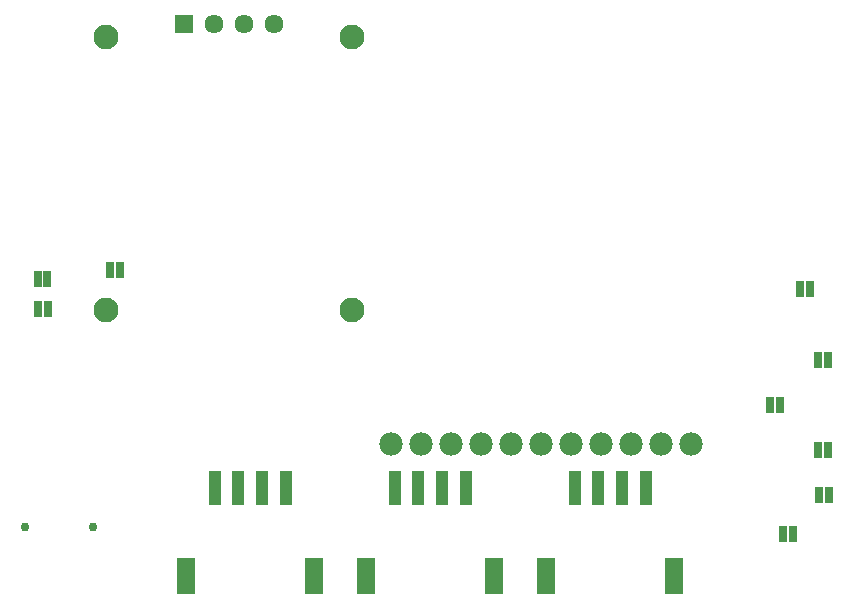
<source format=gbs>
G04 EAGLE Gerber RS-274X export*
G75*
%MOMM*%
%FSLAX34Y34*%
%LPD*%
%INBottom Solder Mask*%
%IPPOS*%
%AMOC8*
5,1,8,0,0,1.08239X$1,22.5*%
G01*
%ADD10R,0.736600X1.371600*%
%ADD11R,1.609600X1.609600*%
%ADD12C,1.609600*%
%ADD13C,2.101600*%
%ADD14R,1.111600X2.841600*%
%ADD15R,1.601600X3.101600*%
%ADD16C,1.981200*%
%ADD17C,0.751600*%


D10*
X842700Y263375D03*
X833700Y263375D03*
X858525Y88900D03*
X849525Y88900D03*
X828045Y55880D03*
X819045Y55880D03*
X188291Y271780D03*
X196419Y271780D03*
X249936Y279400D03*
X258064Y279400D03*
X188976Y246380D03*
X197104Y246380D03*
D11*
X312420Y487680D03*
D12*
X337820Y487680D03*
X363220Y487680D03*
X388620Y487680D03*
D13*
X246380Y476250D03*
X454660Y476250D03*
X454660Y245110D03*
X246380Y245110D03*
D14*
X338300Y94980D03*
X358300Y94980D03*
X378300Y94980D03*
X398300Y94980D03*
D15*
X314300Y19980D03*
X422300Y19980D03*
D14*
X490700Y94980D03*
X510700Y94980D03*
X530700Y94980D03*
X550700Y94980D03*
D15*
X466700Y19980D03*
X574700Y19980D03*
D14*
X643100Y94980D03*
X663100Y94980D03*
X683100Y94980D03*
X703100Y94980D03*
D15*
X619100Y19980D03*
X727100Y19980D03*
D10*
X857940Y127000D03*
X848940Y127000D03*
X857940Y203200D03*
X848940Y203200D03*
D16*
X487680Y132080D03*
X513080Y132080D03*
X538480Y132080D03*
X563880Y132080D03*
X589280Y132080D03*
X614680Y132080D03*
X640080Y132080D03*
X665480Y132080D03*
X690880Y132080D03*
X716280Y132080D03*
X741680Y132080D03*
D10*
X817300Y165100D03*
X808300Y165100D03*
D17*
X177475Y61750D03*
X235275Y61750D03*
M02*

</source>
